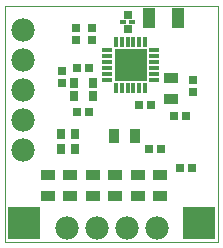
<source format=gts>
G75*
%MOIN*%
%OFA0B0*%
%FSLAX25Y25*%
%IPPOS*%
%LPD*%
%AMOC8*
5,1,8,0,0,1.08239X$1,22.5*
%
%ADD10C,0.00000*%
%ADD11R,0.03394X0.01394*%
%ADD12R,0.01394X0.03394*%
%ADD13R,0.10794X0.10794*%
%ADD14R,0.02756X0.03346*%
%ADD15R,0.02362X0.01575*%
%ADD16R,0.02559X0.02559*%
%ADD17R,0.04331X0.07087*%
%ADD18R,0.02756X0.03150*%
%ADD19R,0.05118X0.03543*%
%ADD20R,0.03150X0.02756*%
%ADD21R,0.03150X0.03543*%
%ADD22C,0.07794*%
%ADD23R,0.03543X0.05118*%
%ADD24R,0.11024X0.11024*%
%ADD25C,0.01575*%
D10*
X0029368Y0014150D02*
X0029368Y0092890D01*
X0100234Y0092890D01*
X0100234Y0014150D01*
X0029368Y0014150D01*
X0031375Y0016748D02*
X0031377Y0016796D01*
X0031383Y0016844D01*
X0031393Y0016891D01*
X0031406Y0016937D01*
X0031424Y0016982D01*
X0031444Y0017026D01*
X0031469Y0017068D01*
X0031497Y0017107D01*
X0031527Y0017144D01*
X0031561Y0017178D01*
X0031598Y0017210D01*
X0031636Y0017239D01*
X0031677Y0017264D01*
X0031720Y0017286D01*
X0031765Y0017304D01*
X0031811Y0017318D01*
X0031858Y0017329D01*
X0031906Y0017336D01*
X0031954Y0017339D01*
X0032002Y0017338D01*
X0032050Y0017333D01*
X0032098Y0017324D01*
X0032144Y0017312D01*
X0032189Y0017295D01*
X0032233Y0017275D01*
X0032275Y0017252D01*
X0032315Y0017225D01*
X0032353Y0017195D01*
X0032388Y0017162D01*
X0032420Y0017126D01*
X0032450Y0017088D01*
X0032476Y0017047D01*
X0032498Y0017004D01*
X0032518Y0016960D01*
X0032533Y0016915D01*
X0032545Y0016868D01*
X0032553Y0016820D01*
X0032557Y0016772D01*
X0032557Y0016724D01*
X0032553Y0016676D01*
X0032545Y0016628D01*
X0032533Y0016581D01*
X0032518Y0016536D01*
X0032498Y0016492D01*
X0032476Y0016449D01*
X0032450Y0016408D01*
X0032420Y0016370D01*
X0032388Y0016334D01*
X0032353Y0016301D01*
X0032315Y0016271D01*
X0032275Y0016244D01*
X0032233Y0016221D01*
X0032189Y0016201D01*
X0032144Y0016184D01*
X0032098Y0016172D01*
X0032050Y0016163D01*
X0032002Y0016158D01*
X0031954Y0016157D01*
X0031906Y0016160D01*
X0031858Y0016167D01*
X0031811Y0016178D01*
X0031765Y0016192D01*
X0031720Y0016210D01*
X0031677Y0016232D01*
X0031636Y0016257D01*
X0031598Y0016286D01*
X0031561Y0016318D01*
X0031527Y0016352D01*
X0031497Y0016389D01*
X0031469Y0016428D01*
X0031444Y0016470D01*
X0031424Y0016514D01*
X0031406Y0016559D01*
X0031393Y0016605D01*
X0031383Y0016652D01*
X0031377Y0016700D01*
X0031375Y0016748D01*
X0031375Y0024150D02*
X0031377Y0024198D01*
X0031383Y0024246D01*
X0031393Y0024293D01*
X0031406Y0024339D01*
X0031424Y0024384D01*
X0031444Y0024428D01*
X0031469Y0024470D01*
X0031497Y0024509D01*
X0031527Y0024546D01*
X0031561Y0024580D01*
X0031598Y0024612D01*
X0031636Y0024641D01*
X0031677Y0024666D01*
X0031720Y0024688D01*
X0031765Y0024706D01*
X0031811Y0024720D01*
X0031858Y0024731D01*
X0031906Y0024738D01*
X0031954Y0024741D01*
X0032002Y0024740D01*
X0032050Y0024735D01*
X0032098Y0024726D01*
X0032144Y0024714D01*
X0032189Y0024697D01*
X0032233Y0024677D01*
X0032275Y0024654D01*
X0032315Y0024627D01*
X0032353Y0024597D01*
X0032388Y0024564D01*
X0032420Y0024528D01*
X0032450Y0024490D01*
X0032476Y0024449D01*
X0032498Y0024406D01*
X0032518Y0024362D01*
X0032533Y0024317D01*
X0032545Y0024270D01*
X0032553Y0024222D01*
X0032557Y0024174D01*
X0032557Y0024126D01*
X0032553Y0024078D01*
X0032545Y0024030D01*
X0032533Y0023983D01*
X0032518Y0023938D01*
X0032498Y0023894D01*
X0032476Y0023851D01*
X0032450Y0023810D01*
X0032420Y0023772D01*
X0032388Y0023736D01*
X0032353Y0023703D01*
X0032315Y0023673D01*
X0032275Y0023646D01*
X0032233Y0023623D01*
X0032189Y0023603D01*
X0032144Y0023586D01*
X0032098Y0023574D01*
X0032050Y0023565D01*
X0032002Y0023560D01*
X0031954Y0023559D01*
X0031906Y0023562D01*
X0031858Y0023569D01*
X0031811Y0023580D01*
X0031765Y0023594D01*
X0031720Y0023612D01*
X0031677Y0023634D01*
X0031636Y0023659D01*
X0031598Y0023688D01*
X0031561Y0023720D01*
X0031527Y0023754D01*
X0031497Y0023791D01*
X0031469Y0023830D01*
X0031444Y0023872D01*
X0031424Y0023916D01*
X0031406Y0023961D01*
X0031393Y0024007D01*
X0031383Y0024054D01*
X0031377Y0024102D01*
X0031375Y0024150D01*
X0038777Y0024150D02*
X0038779Y0024198D01*
X0038785Y0024246D01*
X0038795Y0024293D01*
X0038808Y0024339D01*
X0038826Y0024384D01*
X0038846Y0024428D01*
X0038871Y0024470D01*
X0038899Y0024509D01*
X0038929Y0024546D01*
X0038963Y0024580D01*
X0039000Y0024612D01*
X0039038Y0024641D01*
X0039079Y0024666D01*
X0039122Y0024688D01*
X0039167Y0024706D01*
X0039213Y0024720D01*
X0039260Y0024731D01*
X0039308Y0024738D01*
X0039356Y0024741D01*
X0039404Y0024740D01*
X0039452Y0024735D01*
X0039500Y0024726D01*
X0039546Y0024714D01*
X0039591Y0024697D01*
X0039635Y0024677D01*
X0039677Y0024654D01*
X0039717Y0024627D01*
X0039755Y0024597D01*
X0039790Y0024564D01*
X0039822Y0024528D01*
X0039852Y0024490D01*
X0039878Y0024449D01*
X0039900Y0024406D01*
X0039920Y0024362D01*
X0039935Y0024317D01*
X0039947Y0024270D01*
X0039955Y0024222D01*
X0039959Y0024174D01*
X0039959Y0024126D01*
X0039955Y0024078D01*
X0039947Y0024030D01*
X0039935Y0023983D01*
X0039920Y0023938D01*
X0039900Y0023894D01*
X0039878Y0023851D01*
X0039852Y0023810D01*
X0039822Y0023772D01*
X0039790Y0023736D01*
X0039755Y0023703D01*
X0039717Y0023673D01*
X0039677Y0023646D01*
X0039635Y0023623D01*
X0039591Y0023603D01*
X0039546Y0023586D01*
X0039500Y0023574D01*
X0039452Y0023565D01*
X0039404Y0023560D01*
X0039356Y0023559D01*
X0039308Y0023562D01*
X0039260Y0023569D01*
X0039213Y0023580D01*
X0039167Y0023594D01*
X0039122Y0023612D01*
X0039079Y0023634D01*
X0039038Y0023659D01*
X0039000Y0023688D01*
X0038963Y0023720D01*
X0038929Y0023754D01*
X0038899Y0023791D01*
X0038871Y0023830D01*
X0038846Y0023872D01*
X0038826Y0023916D01*
X0038808Y0023961D01*
X0038795Y0024007D01*
X0038785Y0024054D01*
X0038779Y0024102D01*
X0038777Y0024150D01*
X0038777Y0016748D02*
X0038779Y0016796D01*
X0038785Y0016844D01*
X0038795Y0016891D01*
X0038808Y0016937D01*
X0038826Y0016982D01*
X0038846Y0017026D01*
X0038871Y0017068D01*
X0038899Y0017107D01*
X0038929Y0017144D01*
X0038963Y0017178D01*
X0039000Y0017210D01*
X0039038Y0017239D01*
X0039079Y0017264D01*
X0039122Y0017286D01*
X0039167Y0017304D01*
X0039213Y0017318D01*
X0039260Y0017329D01*
X0039308Y0017336D01*
X0039356Y0017339D01*
X0039404Y0017338D01*
X0039452Y0017333D01*
X0039500Y0017324D01*
X0039546Y0017312D01*
X0039591Y0017295D01*
X0039635Y0017275D01*
X0039677Y0017252D01*
X0039717Y0017225D01*
X0039755Y0017195D01*
X0039790Y0017162D01*
X0039822Y0017126D01*
X0039852Y0017088D01*
X0039878Y0017047D01*
X0039900Y0017004D01*
X0039920Y0016960D01*
X0039935Y0016915D01*
X0039947Y0016868D01*
X0039955Y0016820D01*
X0039959Y0016772D01*
X0039959Y0016724D01*
X0039955Y0016676D01*
X0039947Y0016628D01*
X0039935Y0016581D01*
X0039920Y0016536D01*
X0039900Y0016492D01*
X0039878Y0016449D01*
X0039852Y0016408D01*
X0039822Y0016370D01*
X0039790Y0016334D01*
X0039755Y0016301D01*
X0039717Y0016271D01*
X0039677Y0016244D01*
X0039635Y0016221D01*
X0039591Y0016201D01*
X0039546Y0016184D01*
X0039500Y0016172D01*
X0039452Y0016163D01*
X0039404Y0016158D01*
X0039356Y0016157D01*
X0039308Y0016160D01*
X0039260Y0016167D01*
X0039213Y0016178D01*
X0039167Y0016192D01*
X0039122Y0016210D01*
X0039079Y0016232D01*
X0039038Y0016257D01*
X0039000Y0016286D01*
X0038963Y0016318D01*
X0038929Y0016352D01*
X0038899Y0016389D01*
X0038871Y0016428D01*
X0038846Y0016470D01*
X0038826Y0016514D01*
X0038808Y0016559D01*
X0038795Y0016605D01*
X0038785Y0016652D01*
X0038779Y0016700D01*
X0038777Y0016748D01*
X0089643Y0016748D02*
X0089645Y0016796D01*
X0089651Y0016844D01*
X0089661Y0016891D01*
X0089674Y0016937D01*
X0089692Y0016982D01*
X0089712Y0017026D01*
X0089737Y0017068D01*
X0089765Y0017107D01*
X0089795Y0017144D01*
X0089829Y0017178D01*
X0089866Y0017210D01*
X0089904Y0017239D01*
X0089945Y0017264D01*
X0089988Y0017286D01*
X0090033Y0017304D01*
X0090079Y0017318D01*
X0090126Y0017329D01*
X0090174Y0017336D01*
X0090222Y0017339D01*
X0090270Y0017338D01*
X0090318Y0017333D01*
X0090366Y0017324D01*
X0090412Y0017312D01*
X0090457Y0017295D01*
X0090501Y0017275D01*
X0090543Y0017252D01*
X0090583Y0017225D01*
X0090621Y0017195D01*
X0090656Y0017162D01*
X0090688Y0017126D01*
X0090718Y0017088D01*
X0090744Y0017047D01*
X0090766Y0017004D01*
X0090786Y0016960D01*
X0090801Y0016915D01*
X0090813Y0016868D01*
X0090821Y0016820D01*
X0090825Y0016772D01*
X0090825Y0016724D01*
X0090821Y0016676D01*
X0090813Y0016628D01*
X0090801Y0016581D01*
X0090786Y0016536D01*
X0090766Y0016492D01*
X0090744Y0016449D01*
X0090718Y0016408D01*
X0090688Y0016370D01*
X0090656Y0016334D01*
X0090621Y0016301D01*
X0090583Y0016271D01*
X0090543Y0016244D01*
X0090501Y0016221D01*
X0090457Y0016201D01*
X0090412Y0016184D01*
X0090366Y0016172D01*
X0090318Y0016163D01*
X0090270Y0016158D01*
X0090222Y0016157D01*
X0090174Y0016160D01*
X0090126Y0016167D01*
X0090079Y0016178D01*
X0090033Y0016192D01*
X0089988Y0016210D01*
X0089945Y0016232D01*
X0089904Y0016257D01*
X0089866Y0016286D01*
X0089829Y0016318D01*
X0089795Y0016352D01*
X0089765Y0016389D01*
X0089737Y0016428D01*
X0089712Y0016470D01*
X0089692Y0016514D01*
X0089674Y0016559D01*
X0089661Y0016605D01*
X0089651Y0016652D01*
X0089645Y0016700D01*
X0089643Y0016748D01*
X0089643Y0024150D02*
X0089645Y0024198D01*
X0089651Y0024246D01*
X0089661Y0024293D01*
X0089674Y0024339D01*
X0089692Y0024384D01*
X0089712Y0024428D01*
X0089737Y0024470D01*
X0089765Y0024509D01*
X0089795Y0024546D01*
X0089829Y0024580D01*
X0089866Y0024612D01*
X0089904Y0024641D01*
X0089945Y0024666D01*
X0089988Y0024688D01*
X0090033Y0024706D01*
X0090079Y0024720D01*
X0090126Y0024731D01*
X0090174Y0024738D01*
X0090222Y0024741D01*
X0090270Y0024740D01*
X0090318Y0024735D01*
X0090366Y0024726D01*
X0090412Y0024714D01*
X0090457Y0024697D01*
X0090501Y0024677D01*
X0090543Y0024654D01*
X0090583Y0024627D01*
X0090621Y0024597D01*
X0090656Y0024564D01*
X0090688Y0024528D01*
X0090718Y0024490D01*
X0090744Y0024449D01*
X0090766Y0024406D01*
X0090786Y0024362D01*
X0090801Y0024317D01*
X0090813Y0024270D01*
X0090821Y0024222D01*
X0090825Y0024174D01*
X0090825Y0024126D01*
X0090821Y0024078D01*
X0090813Y0024030D01*
X0090801Y0023983D01*
X0090786Y0023938D01*
X0090766Y0023894D01*
X0090744Y0023851D01*
X0090718Y0023810D01*
X0090688Y0023772D01*
X0090656Y0023736D01*
X0090621Y0023703D01*
X0090583Y0023673D01*
X0090543Y0023646D01*
X0090501Y0023623D01*
X0090457Y0023603D01*
X0090412Y0023586D01*
X0090366Y0023574D01*
X0090318Y0023565D01*
X0090270Y0023560D01*
X0090222Y0023559D01*
X0090174Y0023562D01*
X0090126Y0023569D01*
X0090079Y0023580D01*
X0090033Y0023594D01*
X0089988Y0023612D01*
X0089945Y0023634D01*
X0089904Y0023659D01*
X0089866Y0023688D01*
X0089829Y0023720D01*
X0089795Y0023754D01*
X0089765Y0023791D01*
X0089737Y0023830D01*
X0089712Y0023872D01*
X0089692Y0023916D01*
X0089674Y0023961D01*
X0089661Y0024007D01*
X0089651Y0024054D01*
X0089645Y0024102D01*
X0089643Y0024150D01*
X0097044Y0024150D02*
X0097046Y0024198D01*
X0097052Y0024246D01*
X0097062Y0024293D01*
X0097075Y0024339D01*
X0097093Y0024384D01*
X0097113Y0024428D01*
X0097138Y0024470D01*
X0097166Y0024509D01*
X0097196Y0024546D01*
X0097230Y0024580D01*
X0097267Y0024612D01*
X0097305Y0024641D01*
X0097346Y0024666D01*
X0097389Y0024688D01*
X0097434Y0024706D01*
X0097480Y0024720D01*
X0097527Y0024731D01*
X0097575Y0024738D01*
X0097623Y0024741D01*
X0097671Y0024740D01*
X0097719Y0024735D01*
X0097767Y0024726D01*
X0097813Y0024714D01*
X0097858Y0024697D01*
X0097902Y0024677D01*
X0097944Y0024654D01*
X0097984Y0024627D01*
X0098022Y0024597D01*
X0098057Y0024564D01*
X0098089Y0024528D01*
X0098119Y0024490D01*
X0098145Y0024449D01*
X0098167Y0024406D01*
X0098187Y0024362D01*
X0098202Y0024317D01*
X0098214Y0024270D01*
X0098222Y0024222D01*
X0098226Y0024174D01*
X0098226Y0024126D01*
X0098222Y0024078D01*
X0098214Y0024030D01*
X0098202Y0023983D01*
X0098187Y0023938D01*
X0098167Y0023894D01*
X0098145Y0023851D01*
X0098119Y0023810D01*
X0098089Y0023772D01*
X0098057Y0023736D01*
X0098022Y0023703D01*
X0097984Y0023673D01*
X0097944Y0023646D01*
X0097902Y0023623D01*
X0097858Y0023603D01*
X0097813Y0023586D01*
X0097767Y0023574D01*
X0097719Y0023565D01*
X0097671Y0023560D01*
X0097623Y0023559D01*
X0097575Y0023562D01*
X0097527Y0023569D01*
X0097480Y0023580D01*
X0097434Y0023594D01*
X0097389Y0023612D01*
X0097346Y0023634D01*
X0097305Y0023659D01*
X0097267Y0023688D01*
X0097230Y0023720D01*
X0097196Y0023754D01*
X0097166Y0023791D01*
X0097138Y0023830D01*
X0097113Y0023872D01*
X0097093Y0023916D01*
X0097075Y0023961D01*
X0097062Y0024007D01*
X0097052Y0024054D01*
X0097046Y0024102D01*
X0097044Y0024150D01*
X0097044Y0016748D02*
X0097046Y0016796D01*
X0097052Y0016844D01*
X0097062Y0016891D01*
X0097075Y0016937D01*
X0097093Y0016982D01*
X0097113Y0017026D01*
X0097138Y0017068D01*
X0097166Y0017107D01*
X0097196Y0017144D01*
X0097230Y0017178D01*
X0097267Y0017210D01*
X0097305Y0017239D01*
X0097346Y0017264D01*
X0097389Y0017286D01*
X0097434Y0017304D01*
X0097480Y0017318D01*
X0097527Y0017329D01*
X0097575Y0017336D01*
X0097623Y0017339D01*
X0097671Y0017338D01*
X0097719Y0017333D01*
X0097767Y0017324D01*
X0097813Y0017312D01*
X0097858Y0017295D01*
X0097902Y0017275D01*
X0097944Y0017252D01*
X0097984Y0017225D01*
X0098022Y0017195D01*
X0098057Y0017162D01*
X0098089Y0017126D01*
X0098119Y0017088D01*
X0098145Y0017047D01*
X0098167Y0017004D01*
X0098187Y0016960D01*
X0098202Y0016915D01*
X0098214Y0016868D01*
X0098222Y0016820D01*
X0098226Y0016772D01*
X0098226Y0016724D01*
X0098222Y0016676D01*
X0098214Y0016628D01*
X0098202Y0016581D01*
X0098187Y0016536D01*
X0098167Y0016492D01*
X0098145Y0016449D01*
X0098119Y0016408D01*
X0098089Y0016370D01*
X0098057Y0016334D01*
X0098022Y0016301D01*
X0097984Y0016271D01*
X0097944Y0016244D01*
X0097902Y0016221D01*
X0097858Y0016201D01*
X0097813Y0016184D01*
X0097767Y0016172D01*
X0097719Y0016163D01*
X0097671Y0016158D01*
X0097623Y0016157D01*
X0097575Y0016160D01*
X0097527Y0016167D01*
X0097480Y0016178D01*
X0097434Y0016192D01*
X0097389Y0016210D01*
X0097346Y0016232D01*
X0097305Y0016257D01*
X0097267Y0016286D01*
X0097230Y0016318D01*
X0097196Y0016352D01*
X0097166Y0016389D01*
X0097138Y0016428D01*
X0097113Y0016470D01*
X0097093Y0016514D01*
X0097075Y0016559D01*
X0097062Y0016605D01*
X0097052Y0016652D01*
X0097046Y0016700D01*
X0097044Y0016748D01*
D11*
X0078850Y0068283D03*
X0078850Y0070252D03*
X0078850Y0072220D03*
X0078850Y0074189D03*
X0078850Y0076157D03*
X0078850Y0078126D03*
X0063350Y0078126D03*
X0063350Y0076157D03*
X0063350Y0074189D03*
X0063350Y0072220D03*
X0063350Y0070252D03*
X0063350Y0068283D03*
D12*
X0066179Y0065455D03*
X0068147Y0065455D03*
X0070116Y0065455D03*
X0072084Y0065455D03*
X0074053Y0065455D03*
X0076021Y0065455D03*
X0076021Y0080955D03*
X0074053Y0080955D03*
X0072084Y0080955D03*
X0070116Y0080955D03*
X0068147Y0080955D03*
X0066179Y0080955D03*
D13*
X0071100Y0073205D03*
D14*
X0058600Y0067161D03*
X0058600Y0062713D03*
X0052104Y0062713D03*
X0052104Y0067161D03*
D15*
X0068738Y0087378D03*
X0071494Y0087378D03*
D16*
X0070116Y0089740D03*
X0070116Y0085016D03*
D17*
X0077202Y0088756D03*
X0087045Y0088756D03*
D18*
X0077793Y0059819D03*
X0073856Y0059819D03*
X0085667Y0056276D03*
X0089604Y0056276D03*
X0081336Y0045252D03*
X0077399Y0045252D03*
X0087635Y0038953D03*
X0091572Y0038953D03*
X0057320Y0057457D03*
X0053383Y0057457D03*
X0053383Y0072220D03*
X0057320Y0072220D03*
D19*
X0084486Y0068874D03*
X0084486Y0061787D03*
X0080943Y0036591D03*
X0080943Y0029504D03*
X0073462Y0029504D03*
X0073462Y0036591D03*
X0065982Y0036591D03*
X0065982Y0029504D03*
X0058502Y0029504D03*
X0058502Y0036591D03*
X0051021Y0036591D03*
X0051021Y0029504D03*
X0043541Y0029504D03*
X0043541Y0036591D03*
D20*
X0048265Y0067299D03*
X0048265Y0071236D03*
X0052990Y0081472D03*
X0052990Y0085409D03*
X0058108Y0085409D03*
X0058108Y0081472D03*
X0091966Y0068087D03*
X0091966Y0064150D03*
D21*
X0052596Y0050173D03*
X0047872Y0050173D03*
X0047872Y0045055D03*
X0052596Y0045055D03*
D22*
X0035273Y0044858D03*
X0035273Y0054858D03*
X0035273Y0064858D03*
X0035273Y0074858D03*
X0035273Y0084858D03*
X0049801Y0018874D03*
X0059801Y0018874D03*
X0069801Y0018874D03*
X0079801Y0018874D03*
D23*
X0072675Y0049583D03*
X0065588Y0049583D03*
D24*
X0093935Y0020449D03*
X0035667Y0020449D03*
D25*
X0039368Y0024150D03*
X0031966Y0024150D03*
X0031966Y0016748D03*
X0039368Y0016748D03*
X0090234Y0016748D03*
X0090234Y0024150D03*
X0097635Y0024150D03*
X0097635Y0016748D03*
M02*

</source>
